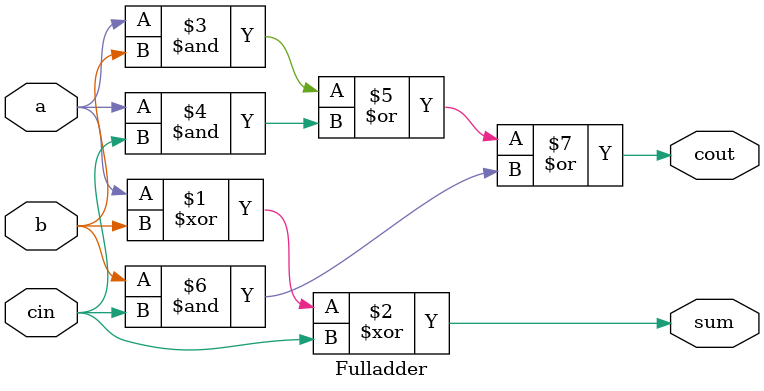
<source format=v>
`timescale 1ns / 1ps


module Fulladder(
    input wire a,
    input wire b,
    input wire cin,
    output wire sum,
    output wire cout

    );
    assign sum = a^ b ^ cin;
    assign cout = (a&b)|(a&cin)|(b&cin);
    
endmodule

</source>
